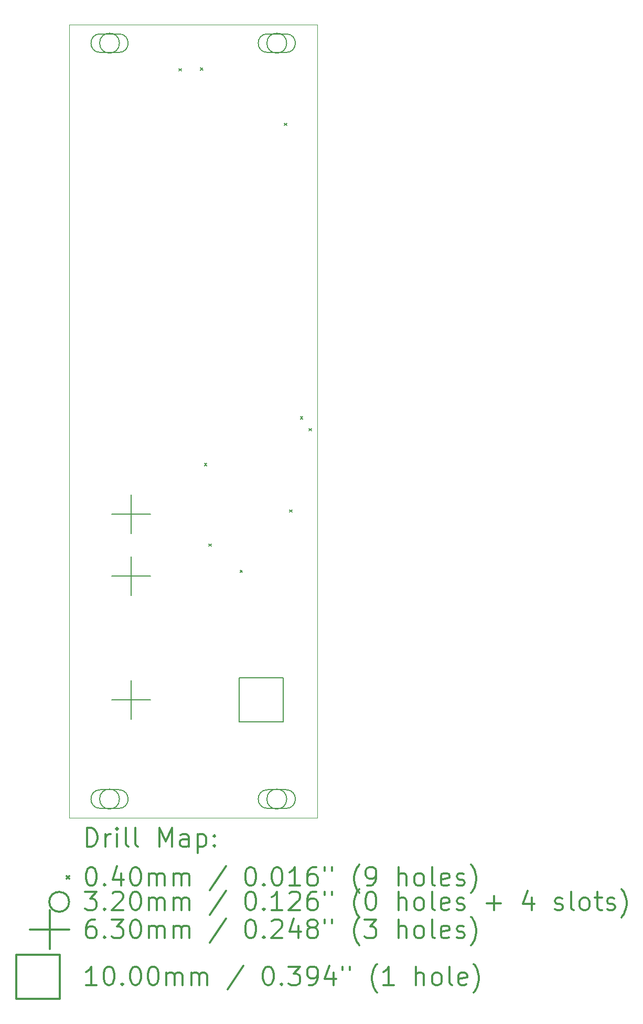
<source format=gbr>
%FSLAX45Y45*%
G04 Gerber Fmt 4.5, Leading zero omitted, Abs format (unit mm)*
G04 Created by KiCad (PCBNEW (5.1.9)-1) date 2021-04-11 23:26:44*
%MOMM*%
%LPD*%
G01*
G04 APERTURE LIST*
%TA.AperFunction,Profile*%
%ADD10C,0.050000*%
%TD*%
%ADD11C,0.200000*%
%ADD12C,0.300000*%
G04 APERTURE END LIST*
D10*
X14000000Y-3600000D02*
X14000000Y-16400000D01*
X10000000Y-3600000D02*
X14000000Y-3600000D01*
X14000000Y-16400000D02*
X10000000Y-16400000D01*
X10000000Y-16400000D02*
X10000000Y-3600000D01*
D11*
X11770000Y-4310000D02*
X11810000Y-4350000D01*
X11810000Y-4310000D02*
X11770000Y-4350000D01*
X12120000Y-4300000D02*
X12160000Y-4340000D01*
X12160000Y-4300000D02*
X12120000Y-4340000D01*
X12180000Y-10680000D02*
X12220000Y-10720000D01*
X12220000Y-10680000D02*
X12180000Y-10720000D01*
X12255000Y-11980000D02*
X12295000Y-12020000D01*
X12295000Y-11980000D02*
X12255000Y-12020000D01*
X12756412Y-12403588D02*
X12796412Y-12443588D01*
X12796412Y-12403588D02*
X12756412Y-12443588D01*
X13470000Y-5190000D02*
X13510000Y-5230000D01*
X13510000Y-5190000D02*
X13470000Y-5230000D01*
X13555000Y-11430000D02*
X13595000Y-11470000D01*
X13595000Y-11430000D02*
X13555000Y-11470000D01*
X13730000Y-9930000D02*
X13770000Y-9970000D01*
X13770000Y-9930000D02*
X13730000Y-9970000D01*
X13866998Y-10116998D02*
X13906998Y-10156998D01*
X13906998Y-10116998D02*
X13866998Y-10156998D01*
X10810000Y-3900000D02*
G75*
G03*
X10810000Y-3900000I-160000J0D01*
G01*
X10500000Y-4050000D02*
X10800000Y-4050000D01*
X10500000Y-3750000D02*
X10800000Y-3750000D01*
X10800000Y-4050000D02*
G75*
G03*
X10800000Y-3750000I0J150000D01*
G01*
X10500000Y-3750000D02*
G75*
G03*
X10500000Y-4050000I0J-150000D01*
G01*
X10810000Y-16100000D02*
G75*
G03*
X10810000Y-16100000I-160000J0D01*
G01*
X10500000Y-16250000D02*
X10800000Y-16250000D01*
X10500000Y-15950000D02*
X10800000Y-15950000D01*
X10800000Y-16250000D02*
G75*
G03*
X10800000Y-15950000I0J150000D01*
G01*
X10500000Y-15950000D02*
G75*
G03*
X10500000Y-16250000I0J-150000D01*
G01*
X13510000Y-3900000D02*
G75*
G03*
X13510000Y-3900000I-160000J0D01*
G01*
X13200000Y-4050000D02*
X13500000Y-4050000D01*
X13200000Y-3750000D02*
X13500000Y-3750000D01*
X13500000Y-4050000D02*
G75*
G03*
X13500000Y-3750000I0J150000D01*
G01*
X13200000Y-3750000D02*
G75*
G03*
X13200000Y-4050000I0J-150000D01*
G01*
X13510000Y-16100000D02*
G75*
G03*
X13510000Y-16100000I-160000J0D01*
G01*
X13200000Y-16250000D02*
X13500000Y-16250000D01*
X13200000Y-15950000D02*
X13500000Y-15950000D01*
X13500000Y-16250000D02*
G75*
G03*
X13500000Y-15950000I0J150000D01*
G01*
X13200000Y-15950000D02*
G75*
G03*
X13200000Y-16250000I0J-150000D01*
G01*
X11000000Y-11185000D02*
X11000000Y-11815000D01*
X10685000Y-11500000D02*
X11315000Y-11500000D01*
X11000000Y-12185000D02*
X11000000Y-12815000D01*
X10685000Y-12500000D02*
X11315000Y-12500000D01*
X11000000Y-14185000D02*
X11000000Y-14815000D01*
X10685000Y-14500000D02*
X11315000Y-14500000D01*
X13453557Y-14853557D02*
X13453557Y-14146443D01*
X12746443Y-14146443D01*
X12746443Y-14853557D01*
X13453557Y-14853557D01*
D12*
X10283928Y-16868214D02*
X10283928Y-16568214D01*
X10355357Y-16568214D01*
X10398214Y-16582500D01*
X10426786Y-16611071D01*
X10441071Y-16639643D01*
X10455357Y-16696786D01*
X10455357Y-16739643D01*
X10441071Y-16796786D01*
X10426786Y-16825357D01*
X10398214Y-16853929D01*
X10355357Y-16868214D01*
X10283928Y-16868214D01*
X10583928Y-16868214D02*
X10583928Y-16668214D01*
X10583928Y-16725357D02*
X10598214Y-16696786D01*
X10612500Y-16682500D01*
X10641071Y-16668214D01*
X10669643Y-16668214D01*
X10769643Y-16868214D02*
X10769643Y-16668214D01*
X10769643Y-16568214D02*
X10755357Y-16582500D01*
X10769643Y-16596786D01*
X10783928Y-16582500D01*
X10769643Y-16568214D01*
X10769643Y-16596786D01*
X10955357Y-16868214D02*
X10926786Y-16853929D01*
X10912500Y-16825357D01*
X10912500Y-16568214D01*
X11112500Y-16868214D02*
X11083928Y-16853929D01*
X11069643Y-16825357D01*
X11069643Y-16568214D01*
X11455357Y-16868214D02*
X11455357Y-16568214D01*
X11555357Y-16782500D01*
X11655357Y-16568214D01*
X11655357Y-16868214D01*
X11926786Y-16868214D02*
X11926786Y-16711071D01*
X11912500Y-16682500D01*
X11883928Y-16668214D01*
X11826786Y-16668214D01*
X11798214Y-16682500D01*
X11926786Y-16853929D02*
X11898214Y-16868214D01*
X11826786Y-16868214D01*
X11798214Y-16853929D01*
X11783928Y-16825357D01*
X11783928Y-16796786D01*
X11798214Y-16768214D01*
X11826786Y-16753929D01*
X11898214Y-16753929D01*
X11926786Y-16739643D01*
X12069643Y-16668214D02*
X12069643Y-16968214D01*
X12069643Y-16682500D02*
X12098214Y-16668214D01*
X12155357Y-16668214D01*
X12183928Y-16682500D01*
X12198214Y-16696786D01*
X12212500Y-16725357D01*
X12212500Y-16811072D01*
X12198214Y-16839643D01*
X12183928Y-16853929D01*
X12155357Y-16868214D01*
X12098214Y-16868214D01*
X12069643Y-16853929D01*
X12341071Y-16839643D02*
X12355357Y-16853929D01*
X12341071Y-16868214D01*
X12326786Y-16853929D01*
X12341071Y-16839643D01*
X12341071Y-16868214D01*
X12341071Y-16682500D02*
X12355357Y-16696786D01*
X12341071Y-16711071D01*
X12326786Y-16696786D01*
X12341071Y-16682500D01*
X12341071Y-16711071D01*
X9957500Y-17342500D02*
X9997500Y-17382500D01*
X9997500Y-17342500D02*
X9957500Y-17382500D01*
X10341071Y-17198214D02*
X10369643Y-17198214D01*
X10398214Y-17212500D01*
X10412500Y-17226786D01*
X10426786Y-17255357D01*
X10441071Y-17312500D01*
X10441071Y-17383929D01*
X10426786Y-17441072D01*
X10412500Y-17469643D01*
X10398214Y-17483929D01*
X10369643Y-17498214D01*
X10341071Y-17498214D01*
X10312500Y-17483929D01*
X10298214Y-17469643D01*
X10283928Y-17441072D01*
X10269643Y-17383929D01*
X10269643Y-17312500D01*
X10283928Y-17255357D01*
X10298214Y-17226786D01*
X10312500Y-17212500D01*
X10341071Y-17198214D01*
X10569643Y-17469643D02*
X10583928Y-17483929D01*
X10569643Y-17498214D01*
X10555357Y-17483929D01*
X10569643Y-17469643D01*
X10569643Y-17498214D01*
X10841071Y-17298214D02*
X10841071Y-17498214D01*
X10769643Y-17183929D02*
X10698214Y-17398214D01*
X10883928Y-17398214D01*
X11055357Y-17198214D02*
X11083928Y-17198214D01*
X11112500Y-17212500D01*
X11126786Y-17226786D01*
X11141071Y-17255357D01*
X11155357Y-17312500D01*
X11155357Y-17383929D01*
X11141071Y-17441072D01*
X11126786Y-17469643D01*
X11112500Y-17483929D01*
X11083928Y-17498214D01*
X11055357Y-17498214D01*
X11026786Y-17483929D01*
X11012500Y-17469643D01*
X10998214Y-17441072D01*
X10983928Y-17383929D01*
X10983928Y-17312500D01*
X10998214Y-17255357D01*
X11012500Y-17226786D01*
X11026786Y-17212500D01*
X11055357Y-17198214D01*
X11283928Y-17498214D02*
X11283928Y-17298214D01*
X11283928Y-17326786D02*
X11298214Y-17312500D01*
X11326786Y-17298214D01*
X11369643Y-17298214D01*
X11398214Y-17312500D01*
X11412500Y-17341072D01*
X11412500Y-17498214D01*
X11412500Y-17341072D02*
X11426786Y-17312500D01*
X11455357Y-17298214D01*
X11498214Y-17298214D01*
X11526786Y-17312500D01*
X11541071Y-17341072D01*
X11541071Y-17498214D01*
X11683928Y-17498214D02*
X11683928Y-17298214D01*
X11683928Y-17326786D02*
X11698214Y-17312500D01*
X11726786Y-17298214D01*
X11769643Y-17298214D01*
X11798214Y-17312500D01*
X11812500Y-17341072D01*
X11812500Y-17498214D01*
X11812500Y-17341072D02*
X11826786Y-17312500D01*
X11855357Y-17298214D01*
X11898214Y-17298214D01*
X11926786Y-17312500D01*
X11941071Y-17341072D01*
X11941071Y-17498214D01*
X12526786Y-17183929D02*
X12269643Y-17569643D01*
X12912500Y-17198214D02*
X12941071Y-17198214D01*
X12969643Y-17212500D01*
X12983928Y-17226786D01*
X12998214Y-17255357D01*
X13012500Y-17312500D01*
X13012500Y-17383929D01*
X12998214Y-17441072D01*
X12983928Y-17469643D01*
X12969643Y-17483929D01*
X12941071Y-17498214D01*
X12912500Y-17498214D01*
X12883928Y-17483929D01*
X12869643Y-17469643D01*
X12855357Y-17441072D01*
X12841071Y-17383929D01*
X12841071Y-17312500D01*
X12855357Y-17255357D01*
X12869643Y-17226786D01*
X12883928Y-17212500D01*
X12912500Y-17198214D01*
X13141071Y-17469643D02*
X13155357Y-17483929D01*
X13141071Y-17498214D01*
X13126786Y-17483929D01*
X13141071Y-17469643D01*
X13141071Y-17498214D01*
X13341071Y-17198214D02*
X13369643Y-17198214D01*
X13398214Y-17212500D01*
X13412500Y-17226786D01*
X13426786Y-17255357D01*
X13441071Y-17312500D01*
X13441071Y-17383929D01*
X13426786Y-17441072D01*
X13412500Y-17469643D01*
X13398214Y-17483929D01*
X13369643Y-17498214D01*
X13341071Y-17498214D01*
X13312500Y-17483929D01*
X13298214Y-17469643D01*
X13283928Y-17441072D01*
X13269643Y-17383929D01*
X13269643Y-17312500D01*
X13283928Y-17255357D01*
X13298214Y-17226786D01*
X13312500Y-17212500D01*
X13341071Y-17198214D01*
X13726786Y-17498214D02*
X13555357Y-17498214D01*
X13641071Y-17498214D02*
X13641071Y-17198214D01*
X13612500Y-17241072D01*
X13583928Y-17269643D01*
X13555357Y-17283929D01*
X13983928Y-17198214D02*
X13926786Y-17198214D01*
X13898214Y-17212500D01*
X13883928Y-17226786D01*
X13855357Y-17269643D01*
X13841071Y-17326786D01*
X13841071Y-17441072D01*
X13855357Y-17469643D01*
X13869643Y-17483929D01*
X13898214Y-17498214D01*
X13955357Y-17498214D01*
X13983928Y-17483929D01*
X13998214Y-17469643D01*
X14012500Y-17441072D01*
X14012500Y-17369643D01*
X13998214Y-17341072D01*
X13983928Y-17326786D01*
X13955357Y-17312500D01*
X13898214Y-17312500D01*
X13869643Y-17326786D01*
X13855357Y-17341072D01*
X13841071Y-17369643D01*
X14126786Y-17198214D02*
X14126786Y-17255357D01*
X14241071Y-17198214D02*
X14241071Y-17255357D01*
X14683928Y-17612500D02*
X14669643Y-17598214D01*
X14641071Y-17555357D01*
X14626786Y-17526786D01*
X14612500Y-17483929D01*
X14598214Y-17412500D01*
X14598214Y-17355357D01*
X14612500Y-17283929D01*
X14626786Y-17241072D01*
X14641071Y-17212500D01*
X14669643Y-17169643D01*
X14683928Y-17155357D01*
X14812500Y-17498214D02*
X14869643Y-17498214D01*
X14898214Y-17483929D01*
X14912500Y-17469643D01*
X14941071Y-17426786D01*
X14955357Y-17369643D01*
X14955357Y-17255357D01*
X14941071Y-17226786D01*
X14926786Y-17212500D01*
X14898214Y-17198214D01*
X14841071Y-17198214D01*
X14812500Y-17212500D01*
X14798214Y-17226786D01*
X14783928Y-17255357D01*
X14783928Y-17326786D01*
X14798214Y-17355357D01*
X14812500Y-17369643D01*
X14841071Y-17383929D01*
X14898214Y-17383929D01*
X14926786Y-17369643D01*
X14941071Y-17355357D01*
X14955357Y-17326786D01*
X15312500Y-17498214D02*
X15312500Y-17198214D01*
X15441071Y-17498214D02*
X15441071Y-17341072D01*
X15426786Y-17312500D01*
X15398214Y-17298214D01*
X15355357Y-17298214D01*
X15326786Y-17312500D01*
X15312500Y-17326786D01*
X15626786Y-17498214D02*
X15598214Y-17483929D01*
X15583928Y-17469643D01*
X15569643Y-17441072D01*
X15569643Y-17355357D01*
X15583928Y-17326786D01*
X15598214Y-17312500D01*
X15626786Y-17298214D01*
X15669643Y-17298214D01*
X15698214Y-17312500D01*
X15712500Y-17326786D01*
X15726786Y-17355357D01*
X15726786Y-17441072D01*
X15712500Y-17469643D01*
X15698214Y-17483929D01*
X15669643Y-17498214D01*
X15626786Y-17498214D01*
X15898214Y-17498214D02*
X15869643Y-17483929D01*
X15855357Y-17455357D01*
X15855357Y-17198214D01*
X16126786Y-17483929D02*
X16098214Y-17498214D01*
X16041071Y-17498214D01*
X16012500Y-17483929D01*
X15998214Y-17455357D01*
X15998214Y-17341072D01*
X16012500Y-17312500D01*
X16041071Y-17298214D01*
X16098214Y-17298214D01*
X16126786Y-17312500D01*
X16141071Y-17341072D01*
X16141071Y-17369643D01*
X15998214Y-17398214D01*
X16255357Y-17483929D02*
X16283928Y-17498214D01*
X16341071Y-17498214D01*
X16369643Y-17483929D01*
X16383928Y-17455357D01*
X16383928Y-17441072D01*
X16369643Y-17412500D01*
X16341071Y-17398214D01*
X16298214Y-17398214D01*
X16269643Y-17383929D01*
X16255357Y-17355357D01*
X16255357Y-17341072D01*
X16269643Y-17312500D01*
X16298214Y-17298214D01*
X16341071Y-17298214D01*
X16369643Y-17312500D01*
X16483928Y-17612500D02*
X16498214Y-17598214D01*
X16526786Y-17555357D01*
X16541071Y-17526786D01*
X16555357Y-17483929D01*
X16569643Y-17412500D01*
X16569643Y-17355357D01*
X16555357Y-17283929D01*
X16541071Y-17241072D01*
X16526786Y-17212500D01*
X16498214Y-17169643D01*
X16483928Y-17155357D01*
X9997500Y-17758500D02*
G75*
G03*
X9997500Y-17758500I-160000J0D01*
G01*
X10255357Y-17594214D02*
X10441071Y-17594214D01*
X10341071Y-17708500D01*
X10383928Y-17708500D01*
X10412500Y-17722786D01*
X10426786Y-17737072D01*
X10441071Y-17765643D01*
X10441071Y-17837072D01*
X10426786Y-17865643D01*
X10412500Y-17879929D01*
X10383928Y-17894214D01*
X10298214Y-17894214D01*
X10269643Y-17879929D01*
X10255357Y-17865643D01*
X10569643Y-17865643D02*
X10583928Y-17879929D01*
X10569643Y-17894214D01*
X10555357Y-17879929D01*
X10569643Y-17865643D01*
X10569643Y-17894214D01*
X10698214Y-17622786D02*
X10712500Y-17608500D01*
X10741071Y-17594214D01*
X10812500Y-17594214D01*
X10841071Y-17608500D01*
X10855357Y-17622786D01*
X10869643Y-17651357D01*
X10869643Y-17679929D01*
X10855357Y-17722786D01*
X10683928Y-17894214D01*
X10869643Y-17894214D01*
X11055357Y-17594214D02*
X11083928Y-17594214D01*
X11112500Y-17608500D01*
X11126786Y-17622786D01*
X11141071Y-17651357D01*
X11155357Y-17708500D01*
X11155357Y-17779929D01*
X11141071Y-17837072D01*
X11126786Y-17865643D01*
X11112500Y-17879929D01*
X11083928Y-17894214D01*
X11055357Y-17894214D01*
X11026786Y-17879929D01*
X11012500Y-17865643D01*
X10998214Y-17837072D01*
X10983928Y-17779929D01*
X10983928Y-17708500D01*
X10998214Y-17651357D01*
X11012500Y-17622786D01*
X11026786Y-17608500D01*
X11055357Y-17594214D01*
X11283928Y-17894214D02*
X11283928Y-17694214D01*
X11283928Y-17722786D02*
X11298214Y-17708500D01*
X11326786Y-17694214D01*
X11369643Y-17694214D01*
X11398214Y-17708500D01*
X11412500Y-17737072D01*
X11412500Y-17894214D01*
X11412500Y-17737072D02*
X11426786Y-17708500D01*
X11455357Y-17694214D01*
X11498214Y-17694214D01*
X11526786Y-17708500D01*
X11541071Y-17737072D01*
X11541071Y-17894214D01*
X11683928Y-17894214D02*
X11683928Y-17694214D01*
X11683928Y-17722786D02*
X11698214Y-17708500D01*
X11726786Y-17694214D01*
X11769643Y-17694214D01*
X11798214Y-17708500D01*
X11812500Y-17737072D01*
X11812500Y-17894214D01*
X11812500Y-17737072D02*
X11826786Y-17708500D01*
X11855357Y-17694214D01*
X11898214Y-17694214D01*
X11926786Y-17708500D01*
X11941071Y-17737072D01*
X11941071Y-17894214D01*
X12526786Y-17579929D02*
X12269643Y-17965643D01*
X12912500Y-17594214D02*
X12941071Y-17594214D01*
X12969643Y-17608500D01*
X12983928Y-17622786D01*
X12998214Y-17651357D01*
X13012500Y-17708500D01*
X13012500Y-17779929D01*
X12998214Y-17837072D01*
X12983928Y-17865643D01*
X12969643Y-17879929D01*
X12941071Y-17894214D01*
X12912500Y-17894214D01*
X12883928Y-17879929D01*
X12869643Y-17865643D01*
X12855357Y-17837072D01*
X12841071Y-17779929D01*
X12841071Y-17708500D01*
X12855357Y-17651357D01*
X12869643Y-17622786D01*
X12883928Y-17608500D01*
X12912500Y-17594214D01*
X13141071Y-17865643D02*
X13155357Y-17879929D01*
X13141071Y-17894214D01*
X13126786Y-17879929D01*
X13141071Y-17865643D01*
X13141071Y-17894214D01*
X13441071Y-17894214D02*
X13269643Y-17894214D01*
X13355357Y-17894214D02*
X13355357Y-17594214D01*
X13326786Y-17637072D01*
X13298214Y-17665643D01*
X13269643Y-17679929D01*
X13555357Y-17622786D02*
X13569643Y-17608500D01*
X13598214Y-17594214D01*
X13669643Y-17594214D01*
X13698214Y-17608500D01*
X13712500Y-17622786D01*
X13726786Y-17651357D01*
X13726786Y-17679929D01*
X13712500Y-17722786D01*
X13541071Y-17894214D01*
X13726786Y-17894214D01*
X13983928Y-17594214D02*
X13926786Y-17594214D01*
X13898214Y-17608500D01*
X13883928Y-17622786D01*
X13855357Y-17665643D01*
X13841071Y-17722786D01*
X13841071Y-17837072D01*
X13855357Y-17865643D01*
X13869643Y-17879929D01*
X13898214Y-17894214D01*
X13955357Y-17894214D01*
X13983928Y-17879929D01*
X13998214Y-17865643D01*
X14012500Y-17837072D01*
X14012500Y-17765643D01*
X13998214Y-17737072D01*
X13983928Y-17722786D01*
X13955357Y-17708500D01*
X13898214Y-17708500D01*
X13869643Y-17722786D01*
X13855357Y-17737072D01*
X13841071Y-17765643D01*
X14126786Y-17594214D02*
X14126786Y-17651357D01*
X14241071Y-17594214D02*
X14241071Y-17651357D01*
X14683928Y-18008500D02*
X14669643Y-17994214D01*
X14641071Y-17951357D01*
X14626786Y-17922786D01*
X14612500Y-17879929D01*
X14598214Y-17808500D01*
X14598214Y-17751357D01*
X14612500Y-17679929D01*
X14626786Y-17637072D01*
X14641071Y-17608500D01*
X14669643Y-17565643D01*
X14683928Y-17551357D01*
X14855357Y-17594214D02*
X14883928Y-17594214D01*
X14912500Y-17608500D01*
X14926786Y-17622786D01*
X14941071Y-17651357D01*
X14955357Y-17708500D01*
X14955357Y-17779929D01*
X14941071Y-17837072D01*
X14926786Y-17865643D01*
X14912500Y-17879929D01*
X14883928Y-17894214D01*
X14855357Y-17894214D01*
X14826786Y-17879929D01*
X14812500Y-17865643D01*
X14798214Y-17837072D01*
X14783928Y-17779929D01*
X14783928Y-17708500D01*
X14798214Y-17651357D01*
X14812500Y-17622786D01*
X14826786Y-17608500D01*
X14855357Y-17594214D01*
X15312500Y-17894214D02*
X15312500Y-17594214D01*
X15441071Y-17894214D02*
X15441071Y-17737072D01*
X15426786Y-17708500D01*
X15398214Y-17694214D01*
X15355357Y-17694214D01*
X15326786Y-17708500D01*
X15312500Y-17722786D01*
X15626786Y-17894214D02*
X15598214Y-17879929D01*
X15583928Y-17865643D01*
X15569643Y-17837072D01*
X15569643Y-17751357D01*
X15583928Y-17722786D01*
X15598214Y-17708500D01*
X15626786Y-17694214D01*
X15669643Y-17694214D01*
X15698214Y-17708500D01*
X15712500Y-17722786D01*
X15726786Y-17751357D01*
X15726786Y-17837072D01*
X15712500Y-17865643D01*
X15698214Y-17879929D01*
X15669643Y-17894214D01*
X15626786Y-17894214D01*
X15898214Y-17894214D02*
X15869643Y-17879929D01*
X15855357Y-17851357D01*
X15855357Y-17594214D01*
X16126786Y-17879929D02*
X16098214Y-17894214D01*
X16041071Y-17894214D01*
X16012500Y-17879929D01*
X15998214Y-17851357D01*
X15998214Y-17737072D01*
X16012500Y-17708500D01*
X16041071Y-17694214D01*
X16098214Y-17694214D01*
X16126786Y-17708500D01*
X16141071Y-17737072D01*
X16141071Y-17765643D01*
X15998214Y-17794214D01*
X16255357Y-17879929D02*
X16283928Y-17894214D01*
X16341071Y-17894214D01*
X16369643Y-17879929D01*
X16383928Y-17851357D01*
X16383928Y-17837072D01*
X16369643Y-17808500D01*
X16341071Y-17794214D01*
X16298214Y-17794214D01*
X16269643Y-17779929D01*
X16255357Y-17751357D01*
X16255357Y-17737072D01*
X16269643Y-17708500D01*
X16298214Y-17694214D01*
X16341071Y-17694214D01*
X16369643Y-17708500D01*
X16741071Y-17779929D02*
X16969643Y-17779929D01*
X16855357Y-17894214D02*
X16855357Y-17665643D01*
X17469643Y-17694214D02*
X17469643Y-17894214D01*
X17398214Y-17579929D02*
X17326786Y-17794214D01*
X17512500Y-17794214D01*
X17841071Y-17879929D02*
X17869643Y-17894214D01*
X17926786Y-17894214D01*
X17955357Y-17879929D01*
X17969643Y-17851357D01*
X17969643Y-17837072D01*
X17955357Y-17808500D01*
X17926786Y-17794214D01*
X17883928Y-17794214D01*
X17855357Y-17779929D01*
X17841071Y-17751357D01*
X17841071Y-17737072D01*
X17855357Y-17708500D01*
X17883928Y-17694214D01*
X17926786Y-17694214D01*
X17955357Y-17708500D01*
X18141071Y-17894214D02*
X18112500Y-17879929D01*
X18098214Y-17851357D01*
X18098214Y-17594214D01*
X18298214Y-17894214D02*
X18269643Y-17879929D01*
X18255357Y-17865643D01*
X18241071Y-17837072D01*
X18241071Y-17751357D01*
X18255357Y-17722786D01*
X18269643Y-17708500D01*
X18298214Y-17694214D01*
X18341071Y-17694214D01*
X18369643Y-17708500D01*
X18383928Y-17722786D01*
X18398214Y-17751357D01*
X18398214Y-17837072D01*
X18383928Y-17865643D01*
X18369643Y-17879929D01*
X18341071Y-17894214D01*
X18298214Y-17894214D01*
X18483928Y-17694214D02*
X18598214Y-17694214D01*
X18526786Y-17594214D02*
X18526786Y-17851357D01*
X18541071Y-17879929D01*
X18569643Y-17894214D01*
X18598214Y-17894214D01*
X18683928Y-17879929D02*
X18712500Y-17894214D01*
X18769643Y-17894214D01*
X18798214Y-17879929D01*
X18812500Y-17851357D01*
X18812500Y-17837072D01*
X18798214Y-17808500D01*
X18769643Y-17794214D01*
X18726786Y-17794214D01*
X18698214Y-17779929D01*
X18683928Y-17751357D01*
X18683928Y-17737072D01*
X18698214Y-17708500D01*
X18726786Y-17694214D01*
X18769643Y-17694214D01*
X18798214Y-17708500D01*
X18912500Y-18008500D02*
X18926786Y-17994214D01*
X18955357Y-17951357D01*
X18969643Y-17922786D01*
X18983928Y-17879929D01*
X18998214Y-17808500D01*
X18998214Y-17751357D01*
X18983928Y-17679929D01*
X18969643Y-17637072D01*
X18955357Y-17608500D01*
X18926786Y-17565643D01*
X18912500Y-17551357D01*
X9682500Y-17893500D02*
X9682500Y-18523500D01*
X9367500Y-18208500D02*
X9997500Y-18208500D01*
X10412500Y-18044214D02*
X10355357Y-18044214D01*
X10326786Y-18058500D01*
X10312500Y-18072786D01*
X10283928Y-18115643D01*
X10269643Y-18172786D01*
X10269643Y-18287072D01*
X10283928Y-18315643D01*
X10298214Y-18329929D01*
X10326786Y-18344214D01*
X10383928Y-18344214D01*
X10412500Y-18329929D01*
X10426786Y-18315643D01*
X10441071Y-18287072D01*
X10441071Y-18215643D01*
X10426786Y-18187072D01*
X10412500Y-18172786D01*
X10383928Y-18158500D01*
X10326786Y-18158500D01*
X10298214Y-18172786D01*
X10283928Y-18187072D01*
X10269643Y-18215643D01*
X10569643Y-18315643D02*
X10583928Y-18329929D01*
X10569643Y-18344214D01*
X10555357Y-18329929D01*
X10569643Y-18315643D01*
X10569643Y-18344214D01*
X10683928Y-18044214D02*
X10869643Y-18044214D01*
X10769643Y-18158500D01*
X10812500Y-18158500D01*
X10841071Y-18172786D01*
X10855357Y-18187072D01*
X10869643Y-18215643D01*
X10869643Y-18287072D01*
X10855357Y-18315643D01*
X10841071Y-18329929D01*
X10812500Y-18344214D01*
X10726786Y-18344214D01*
X10698214Y-18329929D01*
X10683928Y-18315643D01*
X11055357Y-18044214D02*
X11083928Y-18044214D01*
X11112500Y-18058500D01*
X11126786Y-18072786D01*
X11141071Y-18101357D01*
X11155357Y-18158500D01*
X11155357Y-18229929D01*
X11141071Y-18287072D01*
X11126786Y-18315643D01*
X11112500Y-18329929D01*
X11083928Y-18344214D01*
X11055357Y-18344214D01*
X11026786Y-18329929D01*
X11012500Y-18315643D01*
X10998214Y-18287072D01*
X10983928Y-18229929D01*
X10983928Y-18158500D01*
X10998214Y-18101357D01*
X11012500Y-18072786D01*
X11026786Y-18058500D01*
X11055357Y-18044214D01*
X11283928Y-18344214D02*
X11283928Y-18144214D01*
X11283928Y-18172786D02*
X11298214Y-18158500D01*
X11326786Y-18144214D01*
X11369643Y-18144214D01*
X11398214Y-18158500D01*
X11412500Y-18187072D01*
X11412500Y-18344214D01*
X11412500Y-18187072D02*
X11426786Y-18158500D01*
X11455357Y-18144214D01*
X11498214Y-18144214D01*
X11526786Y-18158500D01*
X11541071Y-18187072D01*
X11541071Y-18344214D01*
X11683928Y-18344214D02*
X11683928Y-18144214D01*
X11683928Y-18172786D02*
X11698214Y-18158500D01*
X11726786Y-18144214D01*
X11769643Y-18144214D01*
X11798214Y-18158500D01*
X11812500Y-18187072D01*
X11812500Y-18344214D01*
X11812500Y-18187072D02*
X11826786Y-18158500D01*
X11855357Y-18144214D01*
X11898214Y-18144214D01*
X11926786Y-18158500D01*
X11941071Y-18187072D01*
X11941071Y-18344214D01*
X12526786Y-18029929D02*
X12269643Y-18415643D01*
X12912500Y-18044214D02*
X12941071Y-18044214D01*
X12969643Y-18058500D01*
X12983928Y-18072786D01*
X12998214Y-18101357D01*
X13012500Y-18158500D01*
X13012500Y-18229929D01*
X12998214Y-18287072D01*
X12983928Y-18315643D01*
X12969643Y-18329929D01*
X12941071Y-18344214D01*
X12912500Y-18344214D01*
X12883928Y-18329929D01*
X12869643Y-18315643D01*
X12855357Y-18287072D01*
X12841071Y-18229929D01*
X12841071Y-18158500D01*
X12855357Y-18101357D01*
X12869643Y-18072786D01*
X12883928Y-18058500D01*
X12912500Y-18044214D01*
X13141071Y-18315643D02*
X13155357Y-18329929D01*
X13141071Y-18344214D01*
X13126786Y-18329929D01*
X13141071Y-18315643D01*
X13141071Y-18344214D01*
X13269643Y-18072786D02*
X13283928Y-18058500D01*
X13312500Y-18044214D01*
X13383928Y-18044214D01*
X13412500Y-18058500D01*
X13426786Y-18072786D01*
X13441071Y-18101357D01*
X13441071Y-18129929D01*
X13426786Y-18172786D01*
X13255357Y-18344214D01*
X13441071Y-18344214D01*
X13698214Y-18144214D02*
X13698214Y-18344214D01*
X13626786Y-18029929D02*
X13555357Y-18244214D01*
X13741071Y-18244214D01*
X13898214Y-18172786D02*
X13869643Y-18158500D01*
X13855357Y-18144214D01*
X13841071Y-18115643D01*
X13841071Y-18101357D01*
X13855357Y-18072786D01*
X13869643Y-18058500D01*
X13898214Y-18044214D01*
X13955357Y-18044214D01*
X13983928Y-18058500D01*
X13998214Y-18072786D01*
X14012500Y-18101357D01*
X14012500Y-18115643D01*
X13998214Y-18144214D01*
X13983928Y-18158500D01*
X13955357Y-18172786D01*
X13898214Y-18172786D01*
X13869643Y-18187072D01*
X13855357Y-18201357D01*
X13841071Y-18229929D01*
X13841071Y-18287072D01*
X13855357Y-18315643D01*
X13869643Y-18329929D01*
X13898214Y-18344214D01*
X13955357Y-18344214D01*
X13983928Y-18329929D01*
X13998214Y-18315643D01*
X14012500Y-18287072D01*
X14012500Y-18229929D01*
X13998214Y-18201357D01*
X13983928Y-18187072D01*
X13955357Y-18172786D01*
X14126786Y-18044214D02*
X14126786Y-18101357D01*
X14241071Y-18044214D02*
X14241071Y-18101357D01*
X14683928Y-18458500D02*
X14669643Y-18444214D01*
X14641071Y-18401357D01*
X14626786Y-18372786D01*
X14612500Y-18329929D01*
X14598214Y-18258500D01*
X14598214Y-18201357D01*
X14612500Y-18129929D01*
X14626786Y-18087072D01*
X14641071Y-18058500D01*
X14669643Y-18015643D01*
X14683928Y-18001357D01*
X14769643Y-18044214D02*
X14955357Y-18044214D01*
X14855357Y-18158500D01*
X14898214Y-18158500D01*
X14926786Y-18172786D01*
X14941071Y-18187072D01*
X14955357Y-18215643D01*
X14955357Y-18287072D01*
X14941071Y-18315643D01*
X14926786Y-18329929D01*
X14898214Y-18344214D01*
X14812500Y-18344214D01*
X14783928Y-18329929D01*
X14769643Y-18315643D01*
X15312500Y-18344214D02*
X15312500Y-18044214D01*
X15441071Y-18344214D02*
X15441071Y-18187072D01*
X15426786Y-18158500D01*
X15398214Y-18144214D01*
X15355357Y-18144214D01*
X15326786Y-18158500D01*
X15312500Y-18172786D01*
X15626786Y-18344214D02*
X15598214Y-18329929D01*
X15583928Y-18315643D01*
X15569643Y-18287072D01*
X15569643Y-18201357D01*
X15583928Y-18172786D01*
X15598214Y-18158500D01*
X15626786Y-18144214D01*
X15669643Y-18144214D01*
X15698214Y-18158500D01*
X15712500Y-18172786D01*
X15726786Y-18201357D01*
X15726786Y-18287072D01*
X15712500Y-18315643D01*
X15698214Y-18329929D01*
X15669643Y-18344214D01*
X15626786Y-18344214D01*
X15898214Y-18344214D02*
X15869643Y-18329929D01*
X15855357Y-18301357D01*
X15855357Y-18044214D01*
X16126786Y-18329929D02*
X16098214Y-18344214D01*
X16041071Y-18344214D01*
X16012500Y-18329929D01*
X15998214Y-18301357D01*
X15998214Y-18187072D01*
X16012500Y-18158500D01*
X16041071Y-18144214D01*
X16098214Y-18144214D01*
X16126786Y-18158500D01*
X16141071Y-18187072D01*
X16141071Y-18215643D01*
X15998214Y-18244214D01*
X16255357Y-18329929D02*
X16283928Y-18344214D01*
X16341071Y-18344214D01*
X16369643Y-18329929D01*
X16383928Y-18301357D01*
X16383928Y-18287072D01*
X16369643Y-18258500D01*
X16341071Y-18244214D01*
X16298214Y-18244214D01*
X16269643Y-18229929D01*
X16255357Y-18201357D01*
X16255357Y-18187072D01*
X16269643Y-18158500D01*
X16298214Y-18144214D01*
X16341071Y-18144214D01*
X16369643Y-18158500D01*
X16483928Y-18458500D02*
X16498214Y-18444214D01*
X16526786Y-18401357D01*
X16541071Y-18372786D01*
X16555357Y-18329929D01*
X16569643Y-18258500D01*
X16569643Y-18201357D01*
X16555357Y-18129929D01*
X16541071Y-18087072D01*
X16526786Y-18058500D01*
X16498214Y-18015643D01*
X16483928Y-18001357D01*
X9851057Y-19322057D02*
X9851057Y-18614943D01*
X9143943Y-18614943D01*
X9143943Y-19322057D01*
X9851057Y-19322057D01*
X10441071Y-19104214D02*
X10269643Y-19104214D01*
X10355357Y-19104214D02*
X10355357Y-18804214D01*
X10326786Y-18847072D01*
X10298214Y-18875643D01*
X10269643Y-18889929D01*
X10626786Y-18804214D02*
X10655357Y-18804214D01*
X10683928Y-18818500D01*
X10698214Y-18832786D01*
X10712500Y-18861357D01*
X10726786Y-18918500D01*
X10726786Y-18989929D01*
X10712500Y-19047072D01*
X10698214Y-19075643D01*
X10683928Y-19089929D01*
X10655357Y-19104214D01*
X10626786Y-19104214D01*
X10598214Y-19089929D01*
X10583928Y-19075643D01*
X10569643Y-19047072D01*
X10555357Y-18989929D01*
X10555357Y-18918500D01*
X10569643Y-18861357D01*
X10583928Y-18832786D01*
X10598214Y-18818500D01*
X10626786Y-18804214D01*
X10855357Y-19075643D02*
X10869643Y-19089929D01*
X10855357Y-19104214D01*
X10841071Y-19089929D01*
X10855357Y-19075643D01*
X10855357Y-19104214D01*
X11055357Y-18804214D02*
X11083928Y-18804214D01*
X11112500Y-18818500D01*
X11126786Y-18832786D01*
X11141071Y-18861357D01*
X11155357Y-18918500D01*
X11155357Y-18989929D01*
X11141071Y-19047072D01*
X11126786Y-19075643D01*
X11112500Y-19089929D01*
X11083928Y-19104214D01*
X11055357Y-19104214D01*
X11026786Y-19089929D01*
X11012500Y-19075643D01*
X10998214Y-19047072D01*
X10983928Y-18989929D01*
X10983928Y-18918500D01*
X10998214Y-18861357D01*
X11012500Y-18832786D01*
X11026786Y-18818500D01*
X11055357Y-18804214D01*
X11341071Y-18804214D02*
X11369643Y-18804214D01*
X11398214Y-18818500D01*
X11412500Y-18832786D01*
X11426786Y-18861357D01*
X11441071Y-18918500D01*
X11441071Y-18989929D01*
X11426786Y-19047072D01*
X11412500Y-19075643D01*
X11398214Y-19089929D01*
X11369643Y-19104214D01*
X11341071Y-19104214D01*
X11312500Y-19089929D01*
X11298214Y-19075643D01*
X11283928Y-19047072D01*
X11269643Y-18989929D01*
X11269643Y-18918500D01*
X11283928Y-18861357D01*
X11298214Y-18832786D01*
X11312500Y-18818500D01*
X11341071Y-18804214D01*
X11569643Y-19104214D02*
X11569643Y-18904214D01*
X11569643Y-18932786D02*
X11583928Y-18918500D01*
X11612500Y-18904214D01*
X11655357Y-18904214D01*
X11683928Y-18918500D01*
X11698214Y-18947072D01*
X11698214Y-19104214D01*
X11698214Y-18947072D02*
X11712500Y-18918500D01*
X11741071Y-18904214D01*
X11783928Y-18904214D01*
X11812500Y-18918500D01*
X11826786Y-18947072D01*
X11826786Y-19104214D01*
X11969643Y-19104214D02*
X11969643Y-18904214D01*
X11969643Y-18932786D02*
X11983928Y-18918500D01*
X12012500Y-18904214D01*
X12055357Y-18904214D01*
X12083928Y-18918500D01*
X12098214Y-18947072D01*
X12098214Y-19104214D01*
X12098214Y-18947072D02*
X12112500Y-18918500D01*
X12141071Y-18904214D01*
X12183928Y-18904214D01*
X12212500Y-18918500D01*
X12226786Y-18947072D01*
X12226786Y-19104214D01*
X12812500Y-18789929D02*
X12555357Y-19175643D01*
X13198214Y-18804214D02*
X13226786Y-18804214D01*
X13255357Y-18818500D01*
X13269643Y-18832786D01*
X13283928Y-18861357D01*
X13298214Y-18918500D01*
X13298214Y-18989929D01*
X13283928Y-19047072D01*
X13269643Y-19075643D01*
X13255357Y-19089929D01*
X13226786Y-19104214D01*
X13198214Y-19104214D01*
X13169643Y-19089929D01*
X13155357Y-19075643D01*
X13141071Y-19047072D01*
X13126786Y-18989929D01*
X13126786Y-18918500D01*
X13141071Y-18861357D01*
X13155357Y-18832786D01*
X13169643Y-18818500D01*
X13198214Y-18804214D01*
X13426786Y-19075643D02*
X13441071Y-19089929D01*
X13426786Y-19104214D01*
X13412500Y-19089929D01*
X13426786Y-19075643D01*
X13426786Y-19104214D01*
X13541071Y-18804214D02*
X13726786Y-18804214D01*
X13626786Y-18918500D01*
X13669643Y-18918500D01*
X13698214Y-18932786D01*
X13712500Y-18947072D01*
X13726786Y-18975643D01*
X13726786Y-19047072D01*
X13712500Y-19075643D01*
X13698214Y-19089929D01*
X13669643Y-19104214D01*
X13583928Y-19104214D01*
X13555357Y-19089929D01*
X13541071Y-19075643D01*
X13869643Y-19104214D02*
X13926786Y-19104214D01*
X13955357Y-19089929D01*
X13969643Y-19075643D01*
X13998214Y-19032786D01*
X14012500Y-18975643D01*
X14012500Y-18861357D01*
X13998214Y-18832786D01*
X13983928Y-18818500D01*
X13955357Y-18804214D01*
X13898214Y-18804214D01*
X13869643Y-18818500D01*
X13855357Y-18832786D01*
X13841071Y-18861357D01*
X13841071Y-18932786D01*
X13855357Y-18961357D01*
X13869643Y-18975643D01*
X13898214Y-18989929D01*
X13955357Y-18989929D01*
X13983928Y-18975643D01*
X13998214Y-18961357D01*
X14012500Y-18932786D01*
X14269643Y-18904214D02*
X14269643Y-19104214D01*
X14198214Y-18789929D02*
X14126786Y-19004214D01*
X14312500Y-19004214D01*
X14412500Y-18804214D02*
X14412500Y-18861357D01*
X14526786Y-18804214D02*
X14526786Y-18861357D01*
X14969643Y-19218500D02*
X14955357Y-19204214D01*
X14926786Y-19161357D01*
X14912500Y-19132786D01*
X14898214Y-19089929D01*
X14883928Y-19018500D01*
X14883928Y-18961357D01*
X14898214Y-18889929D01*
X14912500Y-18847072D01*
X14926786Y-18818500D01*
X14955357Y-18775643D01*
X14969643Y-18761357D01*
X15241071Y-19104214D02*
X15069643Y-19104214D01*
X15155357Y-19104214D02*
X15155357Y-18804214D01*
X15126786Y-18847072D01*
X15098214Y-18875643D01*
X15069643Y-18889929D01*
X15598214Y-19104214D02*
X15598214Y-18804214D01*
X15726786Y-19104214D02*
X15726786Y-18947072D01*
X15712500Y-18918500D01*
X15683928Y-18904214D01*
X15641071Y-18904214D01*
X15612500Y-18918500D01*
X15598214Y-18932786D01*
X15912500Y-19104214D02*
X15883928Y-19089929D01*
X15869643Y-19075643D01*
X15855357Y-19047072D01*
X15855357Y-18961357D01*
X15869643Y-18932786D01*
X15883928Y-18918500D01*
X15912500Y-18904214D01*
X15955357Y-18904214D01*
X15983928Y-18918500D01*
X15998214Y-18932786D01*
X16012500Y-18961357D01*
X16012500Y-19047072D01*
X15998214Y-19075643D01*
X15983928Y-19089929D01*
X15955357Y-19104214D01*
X15912500Y-19104214D01*
X16183928Y-19104214D02*
X16155357Y-19089929D01*
X16141071Y-19061357D01*
X16141071Y-18804214D01*
X16412500Y-19089929D02*
X16383928Y-19104214D01*
X16326786Y-19104214D01*
X16298214Y-19089929D01*
X16283928Y-19061357D01*
X16283928Y-18947072D01*
X16298214Y-18918500D01*
X16326786Y-18904214D01*
X16383928Y-18904214D01*
X16412500Y-18918500D01*
X16426786Y-18947072D01*
X16426786Y-18975643D01*
X16283928Y-19004214D01*
X16526786Y-19218500D02*
X16541071Y-19204214D01*
X16569643Y-19161357D01*
X16583928Y-19132786D01*
X16598214Y-19089929D01*
X16612500Y-19018500D01*
X16612500Y-18961357D01*
X16598214Y-18889929D01*
X16583928Y-18847072D01*
X16569643Y-18818500D01*
X16541071Y-18775643D01*
X16526786Y-18761357D01*
M02*

</source>
